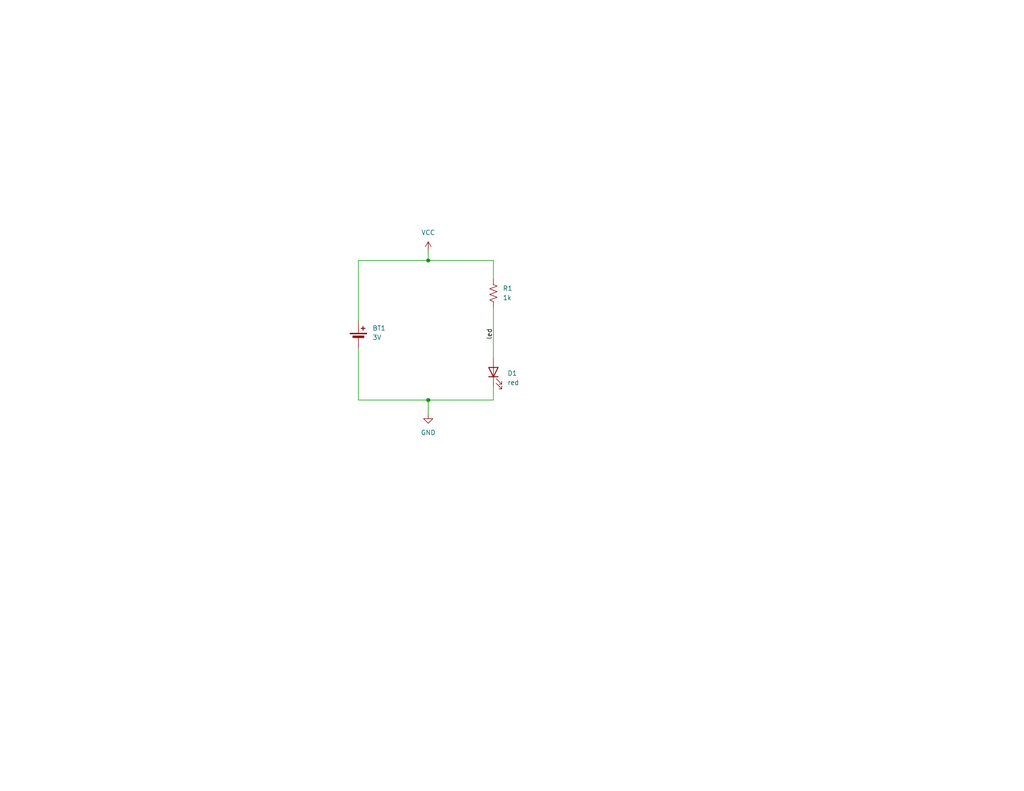
<source format=kicad_sch>
(kicad_sch (version 20230121) (generator eeschema)
  (paper "USLetter")
  (title_block (title "Getting Started in KiCad 7.0") (date "2023-09-22") (rev "1"))
  (lib_symbols
    (symbol "Device:Battery_Cell" (pin_numbers hide) (pin_names (offset 0) hide)
      (property "Reference" "BT" (at 2.54 2.54 0))
      (property "Value" "Battery_Cell" (at 2.54 0 0))
      (symbol "Battery_Cell_0_1"
        (rectangle (start -2.286 1.778) (end 2.286 1.524) (fill (type outline)))
        (rectangle (start -1.524 1.016) (end 1.524 0.508) (fill (type outline)))
        (polyline (pts (xy 0 0.762) (xy 0 0)))
        (polyline (pts (xy 0 1.778) (xy 0 2.54)))
        (polyline (pts (xy 0.762 3.048) (xy 1.778 3.048)) (stroke (width 0.254)))
        (polyline (pts (xy 1.27 3.556) (xy 1.27 2.54)) (stroke (width 0.254)))
      )
      (symbol "Battery_Cell_1_1"
        (pin passive line (at 0 5.08 270) (length 2.54) (name "+") (number "1"))
        (pin passive line (at 0 -2.54 90) (length 2.54) (name "-") (number "2"))
      )
    )
    (symbol "Device:LED" (pin_numbers hide) (pin_names (offset 1.016) hide)
      (property "Reference" "D" (at 0 2.54 0))
      (property "Value" "LED" (at 0 -2.54 0))
      (symbol "LED_0_1"
        (polyline (pts (xy -1.27 -1.27) (xy -1.27 1.27)) (stroke (width 0.254)))
        (polyline (pts (xy -1.27 0) (xy 1.27 0)))
        (polyline (pts (xy 1.27 -1.27) (xy 1.27 1.27) (xy -1.27 0) (xy 1.27 -1.27)) (stroke (width 0.254)))
        (polyline (pts (xy -3.048 -0.762) (xy -4.572 -2.286) (xy -3.81 -2.286) (xy -4.572 -2.286) (xy -4.572 -1.524)))
        (polyline (pts (xy -1.778 -0.762) (xy -3.302 -2.286) (xy -2.54 -2.286) (xy -3.302 -2.286) (xy -3.302 -1.524)))
      )
      (symbol "LED_1_1"
        (pin passive line (at -3.81 0 0) (length 2.54) (name "K") (number "1"))
        (pin passive line (at 3.81 0 180) (length 2.54) (name "A") (number "2"))
      )
    )
    (symbol "Device:R_US" (pin_numbers hide) (pin_names (offset 0))
      (property "Reference" "R" (at 2.54 0 90))
      (property "Value" "R_US" (at -2.54 0 90))
      (symbol "R_US_0_1"
        (polyline (pts (xy 0 -2.286) (xy 0 -2.54)))
        (polyline (pts (xy 0 2.286) (xy 0 2.54)))
        (polyline (pts (xy 0 -0.762) (xy 1.016 -1.143) (xy 0 -1.524) (xy -1.016 -1.905) (xy 0 -2.286)))
        (polyline (pts (xy 0 0.762) (xy 1.016 0.381) (xy 0 0) (xy -1.016 -0.381) (xy 0 -0.762)))
        (polyline (pts (xy 0 2.286) (xy 1.016 1.905) (xy 0 1.524) (xy -1.016 1.143) (xy 0 0.762)))
      )
      (symbol "R_US_1_1"
        (pin passive line (at 0 3.81 270) (length 1.27) (name "~") (number "1"))
        (pin passive line (at 0 -3.81 90) (length 1.27) (name "~") (number "2"))
      )
    )
    (symbol "power:GND" (power) (pin_names (offset 0))
      (property "Value" "GND" (at 0 -3.81 0))
      (symbol "GND_0_1"
        (polyline (pts (xy 0 0) (xy 0 -1.27) (xy 1.27 -1.27) (xy 0 -2.54) (xy -1.27 -1.27) (xy 0 -1.27)))
      )
      (symbol "GND_1_1"
        (pin power_in line (at 0 0 270) (length 0) hide (name "GND") (number "1"))
      )
    )
    (symbol "power:VCC" (power) (pin_names (offset 0))
      (property "Value" "VCC" (at 0 3.81 0))
      (symbol "VCC_0_1"
        (polyline (pts (xy -0.762 1.27) (xy 0 2.54)))
        (polyline (pts (xy 0 0) (xy 0 2.54)))
        (polyline (pts (xy 0 2.54) (xy 0.762 1.27)))
      )
      (symbol "VCC_1_1"
        (pin power_in line (at 0 0 90) (length 0) hide (name "VCC") (number "1"))
      )
    )
  )
  (junction (at 116.84 109.22))
  (junction (at 116.84 71.12))
  (wire (pts (xy 116.84 109.22) (xy 97.79 109.22)))
  (wire (pts (xy 116.84 109.22) (xy 116.84 113.03)))
  (wire (pts (xy 134.62 109.22) (xy 116.84 109.22)))
  (wire (pts (xy 134.62 83.82) (xy 134.62 97.79)))
  (wire (pts (xy 116.84 71.12) (xy 134.62 71.12)))
  (wire (pts (xy 97.79 109.22) (xy 97.79 95.25)))
  (wire (pts (xy 97.79 71.12) (xy 116.84 71.12)))
  (wire (pts (xy 97.79 87.63) (xy 97.79 71.12)))
  (wire (pts (xy 116.84 68.58) (xy 116.84 71.12)))
  (wire (pts (xy 134.62 71.12) (xy 134.62 76.2)))
  (wire (pts (xy 134.62 105.41) (xy 134.62 109.22)))
  (label "led" (at 134.62 92.71 90))
  (symbol (lib_id "power:VCC") (at 116.84 68.58 0) (unit 1)
    (property "Reference" "#PWR02" (effects hide))
    (property "Value" "VCC" (at 116.84 63.5 0))
  )
  (symbol (lib_id "Device:R_US") (at 134.62 80.01 0) (unit 1)
    (property "Reference" "R1" (at 137.16 78.74 0) (effects (justify left)))
    (property "Value" "1k" (at 137.16 81.28 0) (effects (justify left)))
    (property "Footprint" "Resistor_THT:R_Axial_DIN0309_L9.0mm_D3.2mm_P12.70mm_Horizontal" (effects hide))
  )
  (symbol (lib_id "Device:LED") (at 134.62 101.6 90) (unit 1)
    (property "Reference" "D1" (at 138.43 101.9175 90) (effects (justify right)))
    (property "Value" "red" (at 138.43 104.4575 90) (effects (justify right)))
    (property "Footprint" "LED_THT:LED_D5.0mm" (effects hide))
  )
  (symbol (lib_id "power:GND") (at 116.84 113.03 0) (unit 1)
    (property "Reference" "#PWR01" (effects hide))
    (property "Value" "GND" (at 116.84 118.11 0))
  )
  (symbol (lib_id "Device:Battery_Cell") (at 97.79 92.71 0) (unit 1)
    (property "Reference" "BT1" (at 101.6 89.5985 0) (effects (justify left)))
    (property "Value" "3V" (at 101.6 92.1385 0) (effects (justify left)))
    (property "Footprint" "Battery:BatteryHolder_Keystone_1058_1x2032" (effects hide))
  )
)
</source>
